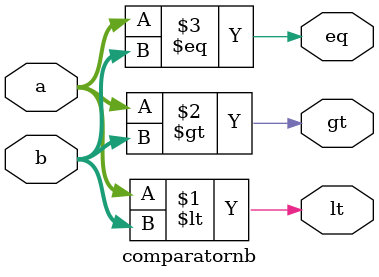
<source format=v>
module comparatornb #(parameter n=16) (output lt,gt,eq,input [n-1:0]a,b);
	assign lt = a<b;
	assign gt = a>b;
	assign eq = a==b;
endmodule 
</source>
